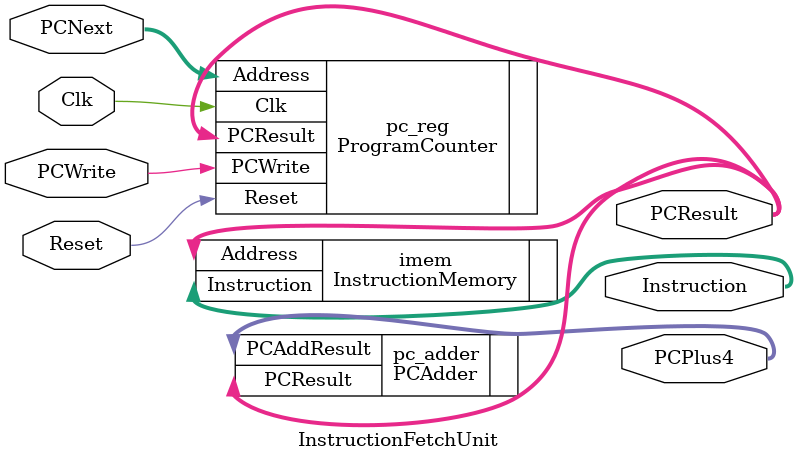
<source format=v>
`timescale 1ns / 1ps
  
module InstructionFetchUnit(
  output [31:0] Instruction,   // fetched instruction
  output [31:0] PCResult,      // current PC
  output [31:0] PCPlus4,       // convenient PC+4 for IF/ID
  input  [31:0] PCNext,        // next PC chosen at top (branch/jump/seq)
  input         Reset,
  input         Clk,
  input         PCWrite        // NEW: gate PC updates (from HazardDetection)
);

  // PC register loads PCNext only when PCWrite == 1
  ProgramCounter pc_reg(
    .Address (PCNext),
    .PCResult(PCResult),
    .Reset   (Reset),
    .Clk     (Clk),
    .PCWrite (PCWrite)   // NEW
  );

  // PC + 4 for sequential path
  PCAdder pc_adder(
    .PCResult   (PCResult),
    .PCAddResult(PCPlus4)
  );

  // Instruction memory addressed by current PC
  InstructionMemory imem(
    .Address    (PCResult),
    .Instruction(Instruction)
  );
  
endmodule

</source>
